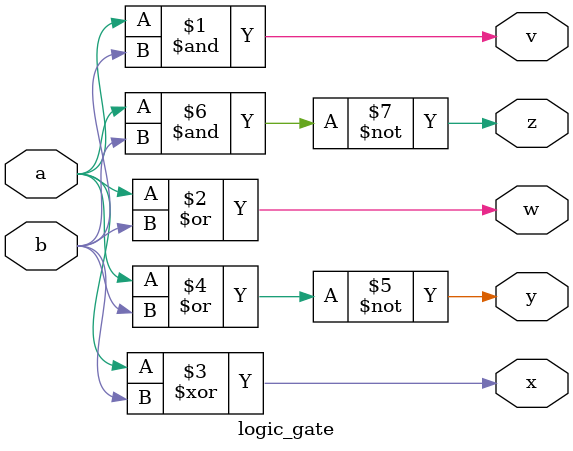
<source format=v>
`timescale 1ns / 1ps


module logic_gate(a, b, v, w, x, y, z);

input a, b;

output v, w, x, y, z;

wire v, w, x, y, z;

//and gate
    assign v   = a & b;
    //or gate
    assign w    = a | b;
    //xor gate
    assign x   = a ^ b;
    //nor gate
    assign y   = ~(a | b);
    //nand gate
    assign z  = ~(a & b);

endmodule

</source>
